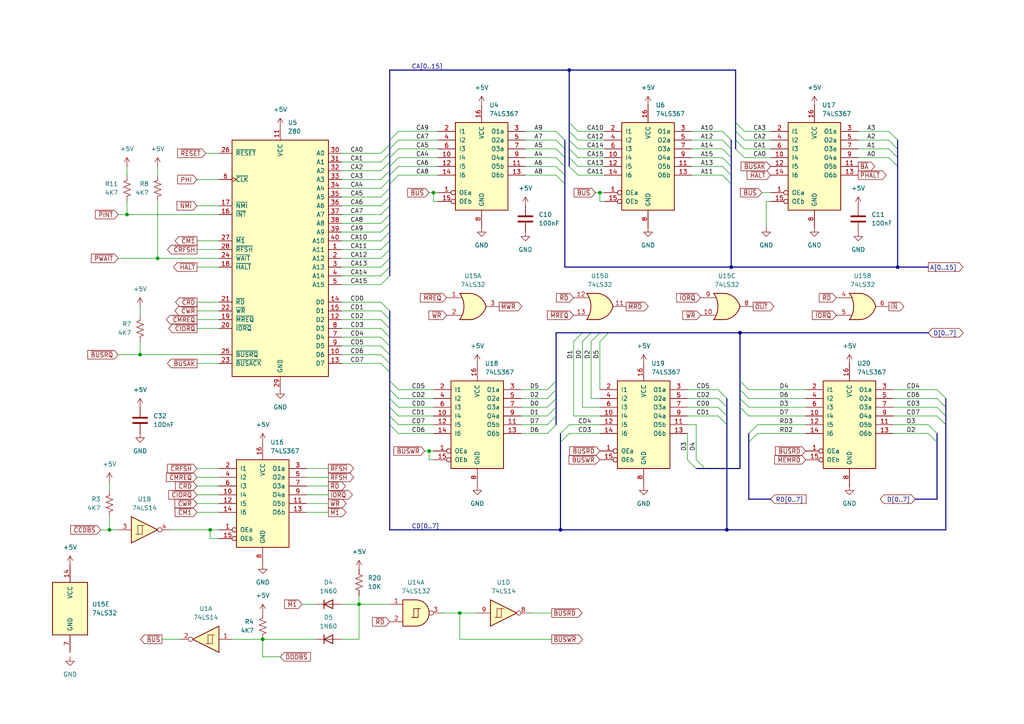
<source format=kicad_sch>
(kicad_sch (version 20231120) (generator "eeschema") (generator_version "8.0")
  (paper "A4")
  (title_block (title "Dick Smith System 80 Main Board") (date "1980"))
  (junction (at 36.83 62.23))
  (junction (at 212.09 77.47))
  (junction (at 133.35 177.8))
  (junction (at 104.14 175.26))
  (junction (at 76.2 185.42))
  (junction (at 173.99 55.88))
  (junction (at 162.56 153.67))
  (junction (at 40.64 102.87))
  (junction (at 60.96 153.67))
  (junction (at 45.72 74.93))
  (junction (at 260.35 77.47))
  (junction (at 210.82 153.67))
  (junction (at 165.1 20.32))
  (junction (at 214.63 96.52))
  (junction (at 125.73 55.88))
  (junction (at 124.46 130.81))
  (junction (at 31.75 153.67))
  (bus_entry (at 158.75 113.03) (size 2.54 -2.54))
  (bus_entry (at 214.63 113.03) (size 2.54 2.54))
  (bus_entry (at 110.49 62.23) (size 2.54 -2.54))
  (bus_entry (at 113.03 113.03) (size 2.54 2.54))
  (bus_entry (at 110.49 44.45) (size 2.54 -2.54))
  (bus_entry (at 161.29 43.18) (size 2.54 2.54))
  (bus_entry (at 213.36 40.64) (size 2.54 2.54))
  (bus_entry (at 209.55 43.18) (size 2.54 2.54))
  (bus_entry (at 165.1 40.64) (size 2.54 2.54))
  (bus_entry (at 209.55 45.72) (size 2.54 2.54))
  (bus_entry (at 214.63 110.49) (size 2.54 2.54))
  (bus_entry (at 113.03 123.19) (size 2.54 2.54))
  (bus_entry (at 208.28 118.11) (size 2.54 2.54))
  (bus_entry (at 165.1 45.72) (size 2.54 2.54))
  (bus_entry (at 110.49 52.07) (size 2.54 -2.54))
  (bus_entry (at 113.03 45.72) (size 2.54 -2.54))
  (bus_entry (at 158.75 125.73) (size 2.54 -2.54))
  (bus_entry (at 271.78 113.03) (size 2.54 2.54))
  (bus_entry (at 165.1 43.18) (size 2.54 2.54))
  (bus_entry (at 173.99 99.06) (size 2.54 -2.54))
  (bus_entry (at 171.45 99.06) (size 2.54 -2.54))
  (bus_entry (at 257.81 38.1) (size 2.54 2.54))
  (bus_entry (at 209.55 48.26) (size 2.54 2.54))
  (bus_entry (at 168.91 99.06) (size 2.54 -2.54))
  (bus_entry (at 110.49 64.77) (size 2.54 -2.54))
  (bus_entry (at 271.78 115.57) (size 2.54 2.54))
  (bus_entry (at 217.17 128.27) (size 2.54 -2.54))
  (bus_entry (at 257.81 40.64) (size 2.54 2.54))
  (bus_entry (at 110.49 46.99) (size 2.54 -2.54))
  (bus_entry (at 110.49 72.39) (size 2.54 -2.54))
  (bus_entry (at 110.49 67.31) (size 2.54 -2.54))
  (bus_entry (at 113.03 53.34) (size 2.54 -2.54))
  (bus_entry (at 110.49 87.63) (size 2.54 2.54))
  (bus_entry (at 110.49 74.93) (size 2.54 -2.54))
  (bus_entry (at 113.03 120.65) (size 2.54 2.54))
  (bus_entry (at 161.29 38.1) (size 2.54 2.54))
  (bus_entry (at 110.49 59.69) (size 2.54 -2.54))
  (bus_entry (at 161.29 45.72) (size 2.54 2.54))
  (bus_entry (at 213.36 35.56) (size 2.54 2.54))
  (bus_entry (at 162.56 125.73) (size 2.54 -2.54))
  (bus_entry (at 208.28 115.57) (size 2.54 2.54))
  (bus_entry (at 213.36 43.18) (size 2.54 2.54))
  (bus_entry (at 110.49 97.79) (size 2.54 2.54))
  (bus_entry (at 113.03 43.18) (size 2.54 -2.54))
  (bus_entry (at 110.49 92.71) (size 2.54 2.54))
  (bus_entry (at 110.49 69.85) (size 2.54 -2.54))
  (bus_entry (at 110.49 102.87) (size 2.54 2.54))
  (bus_entry (at 162.56 128.27) (size 2.54 -2.54))
  (bus_entry (at 110.49 57.15) (size 2.54 -2.54))
  (bus_entry (at 217.17 125.73) (size 2.54 -2.54))
  (bus_entry (at 269.24 123.19) (size 2.54 2.54))
  (bus_entry (at 113.03 48.26) (size 2.54 -2.54))
  (bus_entry (at 110.49 100.33) (size 2.54 2.54))
  (bus_entry (at 209.55 40.64) (size 2.54 2.54))
  (bus_entry (at 165.1 38.1) (size 2.54 2.54))
  (bus_entry (at 165.1 35.56) (size 2.54 2.54))
  (bus_entry (at 209.55 50.8) (size 2.54 2.54))
  (bus_entry (at 113.03 115.57) (size 2.54 2.54))
  (bus_entry (at 201.93 133.35) (size 2.54 2.54))
  (bus_entry (at 213.36 38.1) (size 2.54 2.54))
  (bus_entry (at 161.29 50.8) (size 2.54 2.54))
  (bus_entry (at 257.81 45.72) (size 2.54 2.54))
  (bus_entry (at 214.63 115.57) (size 2.54 2.54))
  (bus_entry (at 208.28 113.03) (size 2.54 2.54))
  (bus_entry (at 110.49 82.55) (size 2.54 -2.54))
  (bus_entry (at 208.28 120.65) (size 2.54 2.54))
  (bus_entry (at 161.29 40.64) (size 2.54 2.54))
  (bus_entry (at 158.75 123.19) (size 2.54 -2.54))
  (bus_entry (at 158.75 115.57) (size 2.54 -2.54))
  (bus_entry (at 269.24 125.73) (size 2.54 2.54))
  (bus_entry (at 166.37 99.06) (size 2.54 -2.54))
  (bus_entry (at 165.1 48.26) (size 2.54 2.54))
  (bus_entry (at 110.49 95.25) (size 2.54 2.54))
  (bus_entry (at 161.29 48.26) (size 2.54 2.54))
  (bus_entry (at 113.03 50.8) (size 2.54 -2.54))
  (bus_entry (at 110.49 90.17) (size 2.54 2.54))
  (bus_entry (at 257.81 43.18) (size 2.54 2.54))
  (bus_entry (at 209.55 38.1) (size 2.54 2.54))
  (bus_entry (at 214.63 118.11) (size 2.54 2.54))
  (bus_entry (at 110.49 77.47) (size 2.54 -2.54))
  (bus_entry (at 113.03 110.49) (size 2.54 2.54))
  (bus_entry (at 113.03 40.64) (size 2.54 -2.54))
  (bus_entry (at 110.49 105.41) (size 2.54 2.54))
  (bus_entry (at 199.39 133.35) (size 2.54 2.54))
  (bus_entry (at 113.03 118.11) (size 2.54 2.54))
  (bus_entry (at 271.78 120.65) (size 2.54 2.54))
  (bus_entry (at 271.78 118.11) (size 2.54 2.54))
  (bus_entry (at 158.75 118.11) (size 2.54 -2.54))
  (bus_entry (at 110.49 80.01) (size 2.54 -2.54))
  (bus_entry (at 158.75 120.65) (size 2.54 -2.54))
  (bus_entry (at 110.49 49.53) (size 2.54 -2.54))
  (bus_entry (at 110.49 54.61) (size 2.54 -2.54))
  (wire (pts (xy 259.08 115.57) (xy 271.78 115.57)))
  (bus (pts (xy 113.03 45.72) (xy 113.03 44.45)))
  (wire (pts (xy 167.64 40.64) (xy 175.26 40.64)))
  (wire (pts (xy 34.29 74.93) (xy 45.72 74.93)))
  (wire (pts (xy 57.15 77.47) (xy 63.5 77.47)))
  (bus (pts (xy 113.03 53.34) (xy 113.03 52.07)))
  (wire (pts (xy 99.06 90.17) (xy 110.49 90.17)))
  (bus (pts (xy 163.83 77.47) (xy 212.09 77.47)))
  (wire (pts (xy 40.64 99.06) (xy 40.64 102.87)))
  (wire (pts (xy 99.06 102.87) (xy 110.49 102.87)))
  (wire (pts (xy 99.06 57.15) (xy 110.49 57.15)))
  (bus (pts (xy 113.03 90.17) (xy 113.03 92.71)))
  (wire (pts (xy 29.21 153.67) (xy 31.75 153.67)))
  (bus (pts (xy 113.03 57.15) (xy 113.03 54.61)))
  (wire (pts (xy 259.08 113.03) (xy 271.78 113.03)))
  (wire (pts (xy 217.17 118.11) (xy 233.68 118.11)))
  (wire (pts (xy 220.98 55.88) (xy 223.52 55.88)))
  (wire (pts (xy 45.72 74.93) (xy 63.5 74.93)))
  (wire (pts (xy 87.63 175.26) (xy 91.44 175.26)))
  (wire (pts (xy 259.08 120.65) (xy 271.78 120.65)))
  (wire (pts (xy 133.35 177.8) (xy 138.43 177.8)))
  (wire (pts (xy 133.35 185.42) (xy 160.02 185.42)))
  (wire (pts (xy 45.72 58.42) (xy 45.72 74.93)))
  (bus (pts (xy 213.36 38.1) (xy 213.36 40.64)))
  (wire (pts (xy 219.71 123.19) (xy 233.68 123.19)))
  (wire (pts (xy 259.08 123.19) (xy 269.24 123.19)))
  (bus (pts (xy 214.63 113.03) (xy 214.63 115.57)))
  (bus (pts (xy 212.09 45.72) (xy 212.09 48.26)))
  (wire (pts (xy 173.99 118.11) (xy 168.91 118.11)))
  (bus (pts (xy 173.99 96.52) (xy 176.53 96.52)))
  (wire (pts (xy 248.92 40.64) (xy 257.81 40.64)))
  (bus (pts (xy 260.35 77.47) (xy 269.24 77.47)))
  (bus (pts (xy 165.1 45.72) (xy 165.1 48.26)))
  (wire (pts (xy 95.25 140.97) (xy 88.9 140.97)))
  (bus (pts (xy 113.03 69.85) (xy 113.03 67.31)))
  (bus (pts (xy 210.82 120.65) (xy 210.82 123.19)))
  (wire (pts (xy 99.06 44.45) (xy 110.49 44.45)))
  (wire (pts (xy 95.25 138.43) (xy 88.9 138.43)))
  (bus (pts (xy 113.03 92.71) (xy 113.03 95.25)))
  (wire (pts (xy 49.53 153.67) (xy 60.96 153.67)))
  (bus (pts (xy 274.32 123.19) (xy 274.32 153.67)))
  (bus (pts (xy 113.03 48.26) (xy 113.03 46.99)))
  (wire (pts (xy 167.64 38.1) (xy 175.26 38.1)))
  (bus (pts (xy 113.03 52.07) (xy 113.03 50.8)))
  (bus (pts (xy 113.03 100.33) (xy 113.03 102.87)))
  (bus (pts (xy 113.03 59.69) (xy 113.03 57.15)))
  (wire (pts (xy 99.06 49.53) (xy 110.49 49.53)))
  (bus (pts (xy 113.03 97.79) (xy 113.03 100.33)))
  (wire (pts (xy 99.06 87.63) (xy 110.49 87.63)))
  (wire (pts (xy 133.35 185.42) (xy 133.35 177.8)))
  (wire (pts (xy 199.39 118.11) (xy 208.28 118.11)))
  (wire (pts (xy 173.99 99.06) (xy 173.99 113.03)))
  (wire (pts (xy 124.46 133.35) (xy 124.46 130.81)))
  (wire (pts (xy 248.92 45.72) (xy 257.81 45.72)))
  (wire (pts (xy 67.31 185.42) (xy 76.2 185.42)))
  (bus (pts (xy 113.03 41.91) (xy 113.03 40.64)))
  (wire (pts (xy 199.39 115.57) (xy 208.28 115.57)))
  (wire (pts (xy 115.57 43.18) (xy 127 43.18)))
  (wire (pts (xy 215.9 45.72) (xy 223.52 45.72)))
  (wire (pts (xy 40.64 88.9) (xy 40.64 91.44)))
  (bus (pts (xy 260.35 43.18) (xy 260.35 45.72)))
  (wire (pts (xy 215.9 43.18) (xy 223.52 43.18)))
  (bus (pts (xy 260.35 45.72) (xy 260.35 48.26)))
  (wire (pts (xy 200.66 48.26) (xy 209.55 48.26)))
  (bus (pts (xy 162.56 153.67) (xy 210.82 153.67)))
  (bus (pts (xy 210.82 153.67) (xy 274.32 153.67)))
  (wire (pts (xy 248.92 43.18) (xy 257.81 43.18)))
  (wire (pts (xy 99.06 62.23) (xy 110.49 62.23)))
  (wire (pts (xy 115.57 45.72) (xy 127 45.72)))
  (wire (pts (xy 99.06 74.93) (xy 110.49 74.93)))
  (bus (pts (xy 113.03 118.11) (xy 113.03 120.65)))
  (wire (pts (xy 34.29 102.87) (xy 40.64 102.87)))
  (bus (pts (xy 212.09 48.26) (xy 212.09 50.8)))
  (wire (pts (xy 199.39 125.73) (xy 199.39 133.35)))
  (wire (pts (xy 165.1 125.73) (xy 173.99 125.73)))
  (wire (pts (xy 152.4 50.8) (xy 161.29 50.8)))
  (bus (pts (xy 161.29 115.57) (xy 161.29 113.03)))
  (wire (pts (xy 36.83 48.26) (xy 36.83 50.8)))
  (bus (pts (xy 274.32 118.11) (xy 274.32 120.65)))
  (wire (pts (xy 104.14 185.42) (xy 104.14 175.26)))
  (bus (pts (xy 161.29 123.19) (xy 161.29 120.65)))
  (wire (pts (xy 99.06 64.77) (xy 110.49 64.77)))
  (wire (pts (xy 128.27 177.8) (xy 133.35 177.8)))
  (wire (pts (xy 57.15 135.89) (xy 63.5 135.89)))
  (wire (pts (xy 36.83 58.42) (xy 36.83 62.23)))
  (bus (pts (xy 204.47 135.89) (xy 214.63 135.89)))
  (wire (pts (xy 124.46 130.81) (xy 125.73 130.81)))
  (wire (pts (xy 57.15 69.85) (xy 63.5 69.85)))
  (wire (pts (xy 95.25 148.59) (xy 88.9 148.59)))
  (bus (pts (xy 274.32 120.65) (xy 274.32 123.19)))
  (wire (pts (xy 151.13 118.11) (xy 158.75 118.11)))
  (wire (pts (xy 115.57 40.64) (xy 127 40.64)))
  (bus (pts (xy 260.35 40.64) (xy 260.35 43.18)))
  (wire (pts (xy 259.08 125.73) (xy 269.24 125.73)))
  (bus (pts (xy 212.09 53.34) (xy 212.09 77.47)))
  (bus (pts (xy 163.83 43.18) (xy 163.83 45.72)))
  (bus (pts (xy 113.03 120.65) (xy 113.03 123.19)))
  (wire (pts (xy 36.83 62.23) (xy 63.5 62.23)))
  (wire (pts (xy 57.15 72.39) (xy 63.5 72.39)))
  (wire (pts (xy 167.64 45.72) (xy 175.26 45.72)))
  (bus (pts (xy 161.29 110.49) (xy 161.29 96.52)))
  (wire (pts (xy 200.66 50.8) (xy 209.55 50.8)))
  (bus (pts (xy 113.03 62.23) (xy 113.03 59.69)))
  (wire (pts (xy 173.99 55.88) (xy 175.26 55.88)))
  (wire (pts (xy 115.57 48.26) (xy 127 48.26)))
  (wire (pts (xy 200.66 40.64) (xy 209.55 40.64)))
  (bus (pts (xy 113.03 49.53) (xy 113.03 48.26)))
  (bus (pts (xy 162.56 125.73) (xy 162.56 128.27)))
  (bus (pts (xy 212.09 43.18) (xy 212.09 45.72)))
  (bus (pts (xy 201.93 135.89) (xy 204.47 135.89)))
  (wire (pts (xy 46.99 185.42) (xy 52.07 185.42)))
  (bus (pts (xy 113.03 74.93) (xy 113.03 72.39)))
  (wire (pts (xy 167.64 50.8) (xy 175.26 50.8)))
  (wire (pts (xy 115.57 50.8) (xy 127 50.8)))
  (bus (pts (xy 113.03 123.19) (xy 113.03 153.67)))
  (bus (pts (xy 163.83 40.64) (xy 163.83 43.18)))
  (wire (pts (xy 104.14 172.72) (xy 104.14 175.26)))
  (wire (pts (xy 115.57 118.11) (xy 125.73 118.11)))
  (wire (pts (xy 59.69 44.45) (xy 63.5 44.45)))
  (wire (pts (xy 125.73 133.35) (xy 124.46 133.35)))
  (wire (pts (xy 31.75 153.67) (xy 34.29 153.67)))
  (bus (pts (xy 163.83 45.72) (xy 163.83 48.26)))
  (bus (pts (xy 271.78 128.27) (xy 271.78 144.78)))
  (bus (pts (xy 165.1 38.1) (xy 165.1 40.64)))
  (wire (pts (xy 166.37 120.65) (xy 166.37 99.06)))
  (wire (pts (xy 99.06 46.99) (xy 110.49 46.99)))
  (wire (pts (xy 57.15 105.41) (xy 63.5 105.41)))
  (bus (pts (xy 210.82 123.19) (xy 210.82 153.67)))
  (bus (pts (xy 217.17 144.78) (xy 223.52 144.78)))
  (wire (pts (xy 123.19 130.81) (xy 124.46 130.81)))
  (bus (pts (xy 113.03 77.47) (xy 113.03 74.93)))
  (bus (pts (xy 213.36 35.56) (xy 213.36 38.1)))
  (wire (pts (xy 57.15 143.51) (xy 63.5 143.51)))
  (bus (pts (xy 113.03 40.64) (xy 113.03 20.32)))
  (bus (pts (xy 214.63 118.11) (xy 214.63 135.89)))
  (bus (pts (xy 165.1 43.18) (xy 165.1 45.72)))
  (wire (pts (xy 104.14 175.26) (xy 113.03 175.26)))
  (wire (pts (xy 99.06 59.69) (xy 110.49 59.69)))
  (bus (pts (xy 163.83 48.26) (xy 163.83 50.8)))
  (wire (pts (xy 115.57 123.19) (xy 125.73 123.19)))
  (bus (pts (xy 212.09 40.64) (xy 212.09 43.18)))
  (bus (pts (xy 113.03 50.8) (xy 113.03 49.53)))
  (wire (pts (xy 222.25 58.42) (xy 223.52 58.42)))
  (wire (pts (xy 40.64 102.87) (xy 63.5 102.87)))
  (bus (pts (xy 113.03 110.49) (xy 113.03 113.03)))
  (wire (pts (xy 115.57 120.65) (xy 125.73 120.65)))
  (wire (pts (xy 199.39 120.65) (xy 208.28 120.65)))
  (wire (pts (xy 217.17 120.65) (xy 233.68 120.65)))
  (wire (pts (xy 99.06 67.31) (xy 110.49 67.31)))
  (wire (pts (xy 99.06 92.71) (xy 110.49 92.71)))
  (wire (pts (xy 95.25 135.89) (xy 88.9 135.89)))
  (wire (pts (xy 173.99 120.65) (xy 166.37 120.65)))
  (bus (pts (xy 161.29 120.65) (xy 161.29 118.11)))
  (bus (pts (xy 217.17 128.27) (xy 217.17 144.78)))
  (bus (pts (xy 165.1 35.56) (xy 165.1 38.1)))
  (bus (pts (xy 265.43 144.78) (xy 271.78 144.78)))
  (wire (pts (xy 34.29 62.23) (xy 36.83 62.23)))
  (bus (pts (xy 162.56 128.27) (xy 162.56 153.67)))
  (wire (pts (xy 57.15 52.07) (xy 63.5 52.07)))
  (bus (pts (xy 274.32 115.57) (xy 274.32 118.11)))
  (wire (pts (xy 153.67 177.8) (xy 160.02 177.8)))
  (wire (pts (xy 57.15 140.97) (xy 63.5 140.97)))
  (bus (pts (xy 165.1 40.64) (xy 165.1 43.18)))
  (wire (pts (xy 173.99 115.57) (xy 171.45 115.57)))
  (wire (pts (xy 248.92 38.1) (xy 257.81 38.1)))
  (bus (pts (xy 168.91 96.52) (xy 171.45 96.52)))
  (wire (pts (xy 57.15 59.69) (xy 63.5 59.69)))
  (wire (pts (xy 57.15 138.43) (xy 63.5 138.43)))
  (wire (pts (xy 99.06 100.33) (xy 110.49 100.33)))
  (bus (pts (xy 161.29 96.52) (xy 168.91 96.52)))
  (wire (pts (xy 99.06 54.61) (xy 110.49 54.61)))
  (wire (pts (xy 152.4 43.18) (xy 161.29 43.18)))
  (wire (pts (xy 99.06 175.26) (xy 104.14 175.26)))
  (bus (pts (xy 213.36 40.64) (xy 213.36 43.18)))
  (wire (pts (xy 217.17 113.03) (xy 233.68 113.03)))
  (bus (pts (xy 113.03 46.99) (xy 113.03 45.72)))
  (wire (pts (xy 151.13 113.03) (xy 158.75 113.03)))
  (wire (pts (xy 57.15 148.59) (xy 63.5 148.59)))
  (bus (pts (xy 214.63 96.52) (xy 214.63 110.49)))
  (wire (pts (xy 172.72 55.88) (xy 173.99 55.88)))
  (wire (pts (xy 63.5 156.21) (xy 60.96 156.21)))
  (wire (pts (xy 151.13 115.57) (xy 158.75 115.57)))
  (wire (pts (xy 199.39 113.03) (xy 208.28 113.03)))
  (wire (pts (xy 57.15 87.63) (xy 63.5 87.63)))
  (bus (pts (xy 176.53 96.52) (xy 214.63 96.52)))
  (wire (pts (xy 31.75 149.86) (xy 31.75 153.67)))
  (wire (pts (xy 151.13 123.19) (xy 158.75 123.19)))
  (wire (pts (xy 175.26 58.42) (xy 173.99 58.42)))
  (wire (pts (xy 151.13 120.65) (xy 158.75 120.65)))
  (wire (pts (xy 127 58.42) (xy 125.73 58.42)))
  (wire (pts (xy 81.28 190.5) (xy 76.2 190.5)))
  (wire (pts (xy 99.06 97.79) (xy 110.49 97.79)))
  (wire (pts (xy 57.15 146.05) (xy 63.5 146.05)))
  (wire (pts (xy 199.39 123.19) (xy 201.93 123.19)))
  (bus (pts (xy 213.36 20.32) (xy 213.36 35.56)))
  (bus (pts (xy 113.03 44.45) (xy 113.03 43.18)))
  (bus (pts (xy 271.78 125.73) (xy 271.78 128.27)))
  (wire (pts (xy 99.06 77.47) (xy 110.49 77.47)))
  (wire (pts (xy 99.06 185.42) (xy 104.14 185.42)))
  (bus (pts (xy 210.82 115.57) (xy 210.82 118.11)))
  (bus (pts (xy 113.03 95.25) (xy 113.03 97.79)))
  (wire (pts (xy 99.06 69.85) (xy 110.49 69.85)))
  (wire (pts (xy 95.25 143.51) (xy 88.9 143.51)))
  (wire (pts (xy 99.06 105.41) (xy 110.49 105.41)))
  (wire (pts (xy 200.66 38.1) (xy 209.55 38.1)))
  (wire (pts (xy 57.15 95.25) (xy 63.5 95.25)))
  (wire (pts (xy 152.4 48.26) (xy 161.29 48.26)))
  (wire (pts (xy 200.66 43.18) (xy 209.55 43.18)))
  (wire (pts (xy 99.06 80.01) (xy 110.49 80.01)))
  (bus (pts (xy 212.09 77.47) (xy 260.35 77.47)))
  (wire (pts (xy 168.91 118.11) (xy 168.91 99.06)))
  (bus (pts (xy 113.03 113.03) (xy 113.03 115.57)))
  (wire (pts (xy 76.2 190.5) (xy 76.2 185.42)))
  (bus (pts (xy 113.03 72.39) (xy 113.03 69.85)))
  (wire (pts (xy 57.15 92.71) (xy 63.5 92.71)))
  (bus (pts (xy 113.03 105.41) (xy 113.03 107.95)))
  (wire (pts (xy 99.06 82.55) (xy 110.49 82.55)))
  (bus (pts (xy 113.03 102.87) (xy 113.03 105.41)))
  (wire (pts (xy 45.72 48.26) (xy 45.72 50.8)))
  (wire (pts (xy 60.96 153.67) (xy 63.5 153.67)))
  (wire (pts (xy 173.99 58.42) (xy 173.99 55.88)))
  (wire (pts (xy 215.9 38.1) (xy 223.52 38.1)))
  (wire (pts (xy 222.25 66.04) (xy 222.25 58.42)))
  (wire (pts (xy 201.93 123.19) (xy 201.93 133.35)))
  (bus (pts (xy 161.29 113.03) (xy 161.29 110.49)))
  (wire (pts (xy 31.75 139.7) (xy 31.75 142.24)))
  (wire (pts (xy 99.06 52.07) (xy 110.49 52.07)))
  (wire (pts (xy 125.73 55.88) (xy 127 55.88)))
  (bus (pts (xy 214.63 110.49) (xy 214.63 113.03)))
  (bus (pts (xy 113.03 67.31) (xy 113.03 64.77)))
  (bus (pts (xy 217.17 125.73) (xy 217.17 128.27)))
  (wire (pts (xy 99.06 72.39) (xy 110.49 72.39)))
  (wire (pts (xy 215.9 40.64) (xy 223.52 40.64)))
  (wire (pts (xy 115.57 38.1) (xy 127 38.1)))
  (wire (pts (xy 167.64 48.26) (xy 175.26 48.26)))
  (bus (pts (xy 161.29 118.11) (xy 161.29 115.57)))
  (bus (pts (xy 113.03 20.32) (xy 165.1 20.32)))
  (bus (pts (xy 113.03 107.95) (xy 113.03 110.49)))
  (bus (pts (xy 165.1 20.32) (xy 213.36 20.32)))
  (wire (pts (xy 171.45 115.57) (xy 171.45 99.06)))
  (wire (pts (xy 152.4 38.1) (xy 161.29 38.1)))
  (bus (pts (xy 212.09 50.8) (xy 212.09 53.34)))
  (bus (pts (xy 214.63 115.57) (xy 214.63 118.11)))
  (wire (pts (xy 217.17 115.57) (xy 233.68 115.57)))
  (bus (pts (xy 165.1 20.32) (xy 165.1 35.56)))
  (wire (pts (xy 95.25 146.05) (xy 88.9 146.05)))
  (wire (pts (xy 115.57 115.57) (xy 125.73 115.57)))
  (wire (pts (xy 165.1 123.19) (xy 173.99 123.19)))
  (bus (pts (xy 113.03 64.77) (xy 113.03 62.23)))
  (wire (pts (xy 152.4 40.64) (xy 161.29 40.64)))
  (wire (pts (xy 167.64 43.18) (xy 175.26 43.18)))
  (wire (pts (xy 115.57 125.73) (xy 125.73 125.73)))
  (wire (pts (xy 259.08 118.11) (xy 271.78 118.11)))
  (bus (pts (xy 214.63 96.52) (xy 269.24 96.52)))
  (bus (pts (xy 113.03 43.18) (xy 113.03 41.91)))
  (bus (pts (xy 210.82 118.11) (xy 210.82 120.65)))
  (wire (pts (xy 219.71 125.73) (xy 233.68 125.73)))
  (wire (pts (xy 125.73 58.42) (xy 125.73 55.88)))
  (bus (pts (xy 260.35 48.26) (xy 260.35 77.47)))
  (bus (pts (xy 113.03 153.67) (xy 162.56 153.67)))
  (wire (pts (xy 60.96 156.21) (xy 60.96 153.67)))
  (bus (pts (xy 171.45 96.52) (xy 173.99 96.52)))
  (bus (pts (xy 163.83 50.8) (xy 163.83 53.34)))
  (wire (pts (xy 151.13 125.73) (xy 158.75 125.73)))
  (bus (pts (xy 163.83 53.34) (xy 163.83 77.47)))
  (wire (pts (xy 76.2 185.42) (xy 91.44 185.42)))
  (wire (pts (xy 115.57 113.03) (xy 125.73 113.03)))
  (bus (pts (xy 113.03 54.61) (xy 113.03 53.34)))
  (wire (pts (xy 57.15 90.17) (xy 63.5 90.17)))
  (wire (pts (xy 124.46 55.88) (xy 125.73 55.88)))
  (wire (pts (xy 99.06 95.25) (xy 110.49 95.25)))
  (wire (pts (xy 200.66 45.72) (xy 209.55 45.72)))
  (wire (pts (xy 152.4 45.72) (xy 161.29 45.72)))
  (bus (pts (xy 113.03 80.01) (xy 113.03 77.47)))
  (bus (pts (xy 113.03 115.57) (xy 113.03 118.11)))
  (label "CA7" (at 120.65 40.64 0))
  (label "CD0" (at 119.38 118.11 0))
  (label "CD4" (at 101.6 97.79 0))
  (label "D3" (at 199.39 130.81 90))
  (label "D7" (at 226.06 120.65 0))
  (label "CA15" (at 170.18 45.72 0))
  (label "A13" (at 203.2 48.26 0))
  (label "D2" (at 171.45 104.14 90))
  (label "RD3" (at 226.06 123.19 0))
  (label "CA15" (at 101.6 82.55 0))
  (label "CA0" (at 101.6 44.45 0))
  (label "D5" (at 173.99 104.14 90))
  (label "A14" (at 203.2 43.18 0))
  (label "CA13" (at 170.18 48.26 0))
  (label "A3" (at 251.46 38.1 0))
  (label "CD3" (at 101.6 95.25 0))
  (label "CD1" (at 119.38 120.65 0))
  (label "CD7" (at 101.6 105.41 0))
  (label "CA12" (at 101.6 74.93 0))
  (label "CD4" (at 262.89 113.03 0))
  (label "CD1" (at 101.6 90.17 0))
  (label "A11" (at 203.2 50.8 0))
  (label "A1" (at 251.46 43.18 0))
  (label "D7" (at 153.67 123.19 0))
  (label "CD6" (at 119.38 125.73 0))
  (label "CA8" (at 101.6 64.77 0))
  (label "CD2" (at 119.38 115.57 0))
  (label "CD3" (at 167.64 125.73 0))
  (label "A2" (at 251.46 40.64 0))
  (label "CA6" (at 101.6 59.69 0))
  (label "CA2" (at 101.6 49.53 0))
  (label "CA10" (at 101.6 69.85 0))
  (label "CA4" (at 101.6 54.61 0))
  (label "CD6" (at 262.89 115.57 0))
  (label "D3" (at 226.06 118.11 0))
  (label "CD6" (at 101.6 102.87 0))
  (label "CD[0..7]" (at 119.38 153.67 0))
  (label "A6" (at 154.94 48.26 0))
  (label "CA10" (at 170.18 38.1 0))
  (label "CA2" (at 218.44 40.64 0))
  (label "CD0" (at 101.6 87.63 0))
  (label "CA9" (at 120.65 38.1 0))
  (label "CD7" (at 262.89 120.65 0))
  (label "CD5" (at 119.38 113.03 0))
  (label "CD4" (at 167.64 123.19 0))
  (label "CA9" (at 101.6 67.31 0))
  (label "D1" (at 153.67 120.65 0))
  (label "A12" (at 203.2 40.64 0))
  (label "CA[0..15]" (at 119.38 20.32 0))
  (label "CA7" (at 101.6 62.23 0))
  (label "CA4" (at 120.65 45.72 0))
  (label "A4" (at 154.94 45.72 0))
  (label "CD5" (at 101.6 100.33 0))
  (label "A9" (at 154.94 38.1 0))
  (label "CD0" (at 201.93 118.11 0))
  (label "CA8" (at 120.65 50.8 0))
  (label "CA12" (at 170.18 40.64 0))
  (label "CD5" (at 201.93 113.03 0))
  (label "CA3" (at 101.6 52.07 0))
  (label "D5" (at 153.67 113.03 0))
  (label "CA1" (at 218.44 43.18 0))
  (label "RD2" (at 226.06 125.73 0))
  (label "A10" (at 203.2 38.1 0))
  (label "CD1" (at 201.93 120.65 0))
  (label "D4" (at 226.06 113.03 0))
  (label "CD2" (at 101.6 92.71 0))
  (label "CA1" (at 101.6 46.99 0))
  (label "D0" (at 153.67 118.11 0))
  (label "CA11" (at 101.6 72.39 0))
  (label "A0" (at 251.46 45.72 0))
  (label "A7" (at 154.94 40.64 0))
  (label "D1" (at 166.37 104.14 90))
  (label "D6" (at 226.06 115.57 0))
  (label "D2" (at 153.67 115.57 0))
  (label "CA6" (at 120.65 48.26 0))
  (label "CA14" (at 170.18 43.18 0))
  (label "CA13" (at 101.6 77.47 0))
  (label "CA0" (at 218.44 45.72 0))
  (label "A15" (at 203.2 45.72 0))
  (label "CA5" (at 101.6 57.15 0))
  (label "CA3" (at 218.44 38.1 0))
  (label "A8" (at 154.94 50.8 0))
  (label "CA11" (at 170.18 50.8 0))
  (label "D6" (at 153.67 125.73 0))
  (label "D2" (at 262.89 125.73 0))
  (label "CD3" (at 262.89 118.11 0))
  (label "A5" (at 154.94 43.18 0))
  (label "D0" (at 168.91 104.14 90))
  (label "CA5" (at 120.65 43.18 0))
  (label "CA14" (at 101.6 80.01 0))
  (label "D3" (at 262.89 123.19 0))
  (label "D4" (at 201.93 130.81 90))
  (label "CD2" (at 201.93 115.57 0))
  (label "CD7" (at 119.38 123.19 0))
  (global_label "~{IORQ}" (shape output) (at 95.25 143.51 0) (property "Intersheetrefs" "${INTERSHEET_REFS}" (effects (hide yes))))
  (global_label "~{CCDBS}" (shape input) (at 29.21 153.67 180) (property "Intersheetrefs" "${INTERSHEET_REFS}" (effects (hide yes))))
  (global_label "~{CIORQ}" (shape output) (at 57.15 95.25 180) (property "Intersheetrefs" "${INTERSHEET_REFS}" (effects (hide yes))))
  (global_label "~{BUSAK}" (shape input) (at 223.52 48.26 180) (property "Intersheetrefs" "${INTERSHEET_REFS}" (effects (hide yes))))
  (global_label "~{HALT}" (shape input) (at 223.52 50.8 180) (property "Intersheetrefs" "${INTERSHEET_REFS}" (effects (hide yes))))
  (global_label "~{CM1}" (shape output) (at 57.15 69.85 180) (property "Intersheetrefs" "${INTERSHEET_REFS}" (effects (hide yes))))
  (global_label "~{CMREQ}" (shape output) (at 57.15 92.71 180) (property "Intersheetrefs" "${INTERSHEET_REFS}" (effects (hide yes))))
  (global_label "~{RD}" (shape input) (at 242.57 86.36 180) (property "Intersheetrefs" "${INTERSHEET_REFS}" (effects (hide yes))))
  (global_label "~{CWR}" (shape input) (at 57.15 146.05 180) (property "Intersheetrefs" "${INTERSHEET_REFS}" (effects (hide yes))))
  (global_label "PHI" (shape input) (at 57.15 52.07 180) (property "Intersheetrefs" "${INTERSHEET_REFS}" (effects (hide yes))))
  (global_label "~{HALT}" (shape output) (at 57.15 77.47 180) (property "Intersheetrefs" "${INTERSHEET_REFS}" (effects (hide yes))))
  (global_label "~{MEMRD}" (shape input) (at 233.68 133.35 180) (property "Intersheetrefs" "${INTERSHEET_REFS}" (effects (hide yes))))
  (global_label "~{BUSRD}" (shape input) (at 173.99 130.81 180) (property "Intersheetrefs" "${INTERSHEET_REFS}" (effects (hide yes))))
  (global_label "~{RD}" (shape output) (at 95.25 140.97 0) (property "Intersheetrefs" "${INTERSHEET_REFS}" (effects (hide yes))))
  (global_label "~{CRD}" (shape input) (at 57.15 140.97 180) (property "Intersheetrefs" "${INTERSHEET_REFS}" (effects (hide yes))))
  (global_label "~{CM1}" (shape input) (at 57.15 148.59 180) (property "Intersheetrefs" "${INTERSHEET_REFS}" (effects (hide yes))))
  (global_label "~{CRFSH}" (shape input) (at 57.15 135.89 180) (property "Intersheetrefs" "${INTERSHEET_REFS}" (effects (hide yes))))
  (global_label "~{BUSRD}" (shape output) (at 160.02 177.8 0) (property "Intersheetrefs" "${INTERSHEET_REFS}" (effects (hide yes))))
  (global_label "~{M1}" (shape output) (at 95.25 148.59 0) (property "Intersheetrefs" "${INTERSHEET_REFS}" (effects (hide yes))))
  (global_label "~{RD}" (shape input) (at 166.37 86.36 180) (property "Intersheetrefs" "${INTERSHEET_REFS}" (effects (hide yes))))
  (global_label "D[0..7]" (shape bidirectional) (at 265.43 144.78 180) (property "Intersheetrefs" "${INTERSHEET_REFS}" (effects (hide yes))))
  (global_label "~{OUT}" (shape output) (at 218.44 88.9 0) (property "Intersheetrefs" "${INTERSHEET_REFS}" (effects (hide yes))))
  (global_label "~{BUSRD}" (shape input) (at 233.68 130.81 180) (property "Intersheetrefs" "${INTERSHEET_REFS}" (effects (hide yes))))
  (global_label "~{RESET}" (shape input) (at 59.69 44.45 180) (property "Intersheetrefs" "${INTERSHEET_REFS}" (effects (hide yes))))
  (global_label "RD[0..7]" (shape input) (at 223.52 144.78 0) (property "Intersheetrefs" "${INTERSHEET_REFS}" (effects (hide yes))))
  (global_label "~{BUSWR}" (shape output) (at 160.02 185.42 0) (property "Intersheetrefs" "${INTERSHEET_REFS}" (effects (hide yes))))
  (global_label "~{PINT}" (shape input) (at 34.29 62.23 180) (property "Intersheetrefs" "${INTERSHEET_REFS}" (effects (hide yes))))
  (global_label "~{MREQ}" (shape input) (at 166.37 91.44 180) (property "Intersheetrefs" "${INTERSHEET_REFS}" (effects (hide yes))))
  (global_label "~{MWR}" (shape output) (at 144.78 88.9 0) (property "Intersheetrefs" "${INTERSHEET_REFS}" (effects (hide yes))))
  (global_label "A[0..15]" (shape output) (at 269.24 77.47 0) (property "Intersheetrefs" "${INTERSHEET_REFS}" (effects (hide yes))))
  (global_label "~{WR}" (shape input) (at 129.54 91.44 180) (property "Intersheetrefs" "${INTERSHEET_REFS}" (effects (hide yes))))
  (global_label "~{CRD}" (shape output) (at 57.15 87.63 180) (property "Intersheetrefs" "${INTERSHEET_REFS}" (effects (hide yes))))
  (global_label "~{CRFSH}" (shape output) (at 57.15 72.39 180) (property "Intersheetrefs" "${INTERSHEET_REFS}" (effects (hide yes))))
  (global_label "~{BUS}" (shape output) (at 46.99 185.42 180) (property "Intersheetrefs" "${INTERSHEET_REFS}" (effects (hide yes))))
  (global_label "~{PWAIT}" (shape input) (at 34.29 74.93 180) (property "Intersheetrefs" "${INTERSHEET_REFS}" (effects (hide yes))))
  (global_label "~{IN}" (shape output) (at 257.81 88.9 0) (property "Intersheetrefs" "${INTERSHEET_REFS}" (effects (hide yes))))
  (global_label "~{BA}" (shape output) (at 248.92 48.26 0) (property "Intersheetrefs" "${INTERSHEET_REFS}" (effects (hide yes))))
  (global_label "~{BUSRQ}" (shape input) (at 34.29 102.87 180) (property "Intersheetrefs" "${INTERSHEET_REFS}" (effects (hide yes))))
  (global_label "~{WR}" (shape input) (at 203.2 91.44 180) (property "Intersheetrefs" "${INTERSHEET_REFS}" (effects (hide yes))))
  (global_label "~{CWR}" (shape output) (at 57.15 90.17 180) (property "Intersheetrefs" "${INTERSHEET_REFS}" (effects (hide yes))))
  (global_label "~{MRD}" (shape output) (at 181.61 88.9 0) (property "Intersheetrefs" "${INTERSHEET_REFS}" (effects (hide yes))))
  (global_label "~{IORQ}" (shape input) (at 242.57 91.44 180) (property "Intersheetrefs" "${INTERSHEET_REFS}" (effects (hide yes))))
  (global_label "~{BUSAK}" (shape output) (at 57.15 105.41 180) (property "Intersheetrefs" "${INTERSHEET_REFS}" (effects (hide yes))))
  (global_label "~{BUSWR}" (shape input) (at 173.99 133.35 180) (property "Intersheetrefs" "${INTERSHEET_REFS}" (effects (hide yes))))
  (global_label "~{RFSH}" (shape output) (at 95.25 138.43 0) (property "Intersheetrefs" "${INTERSHEET_REFS}" (effects (hide yes))))
  (global_label "~{CMREQ}" (shape input) (at 57.15 138.43 180) (property "Intersheetrefs" "${INTERSHEET_REFS}" (effects (hide yes))))
  (global_label "~{RFSH}" (shape output) (at 95.25 135.89 0) (property "Intersheetrefs" "${INTERSHEET_REFS}" (effects (hide yes))))
  (global_label "~{PHALT}" (shape output) (at 248.92 50.8 0) (property "Intersheetrefs" "${INTERSHEET_REFS}" (effects (hide yes))))
  (global_label "~{M1}" (shape input) (at 87.63 175.26 180) (property "Intersheetrefs" "${INTERSHEET_REFS}" (effects (hide yes))))
  (global_label "~{BUS}" (shape input) (at 124.46 55.88 180) (property "Intersheetrefs" "${INTERSHEET_REFS}" (effects (hide yes))))
  (global_label "~{IORQ}" (shape input) (at 203.2 86.36 180) (property "Intersheetrefs" "${INTERSHEET_REFS}" (effects (hide yes))))
  (global_label "~{CIORQ}" (shape input) (at 57.15 143.51 180) (property "Intersheetrefs" "${INTERSHEET_REFS}" (effects (hide yes))))
  (global_label "~{RD}" (shape input) (at 113.03 180.34 180) (property "Intersheetrefs" "${INTERSHEET_REFS}" (effects (hide yes))))
  (global_label "~{BUS}" (shape input) (at 172.72 55.88 180) (property "Intersheetrefs" "${INTERSHEET_REFS}" (effects (hide yes))))
  (global_label "~{MREQ}" (shape input) (at 129.54 86.36 180) (property "Intersheetrefs" "${INTERSHEET_REFS}" (effects (hide yes))))
  (global_label "D[0..7]" (shape bidirectional) (at 269.24 96.52 0) (property "Intersheetrefs" "${INTERSHEET_REFS}" (effects (hide yes))))
  (global_label "~{DODBS}" (shape input) (at 81.28 190.5 0) (property "Intersheetrefs" "${INTERSHEET_REFS}" (effects (hide yes))))
  (global_label "~{NMI}" (shape input) (at 57.15 59.69 180) (property "Intersheetrefs" "${INTERSHEET_REFS}" (effects (hide yes))))
  (global_label "~{WR}" (shape output) (at 95.25 146.05 0) (property "Intersheetrefs" "${INTERSHEET_REFS}" (effects (hide yes))))
  (global_label "~{BUSWR}" (shape input) (at 123.19 130.81 180) (property "Intersheetrefs" "${INTERSHEET_REFS}" (effects (hide yes))))
  (global_label "~{BUS}" (shape input) (at 220.98 55.88 180) (property "Intersheetrefs" "${INTERSHEET_REFS}" (effects (hide yes))))
  (symbol (lib_id "Device:R_US") (at 104.14 168.91 0) (unit 1)
    (property "Reference" "R20" (at 106.68 167.6399 0) (effects (justify left)))
    (property "Value" "10K" (at 106.68 170.1799 0) (effects (justify left)))
    (property "Footprint" "Resistor_THT:R_Axial_DIN0309_L9.0mm_D3.2mm_P12.70mm_Horizontal" (effects (hide yes)))
    (property "Description" "Resistor, US symbol" (effects (hide yes)))
  )
  (symbol (lib_id "power:GND") (at 138.43 140.97 0) (unit 1)
    (property "Reference" "#PWR03" (effects (hide yes)))
    (property "Value" "GND" (at 138.43 146.05 0))
    (property "Description" "Power symbol creates a global label with name \"GND\" , ground" (effects (hide yes)))
  )
  (symbol (lib_id "power:+5V") (at 81.28 36.83 0) (unit 1)
    (property "Reference" "#PWR02" (effects (hide yes)))
    (property "Value" "+5V" (at 81.28 31.75 0))
    (property "Description" "Power symbol creates a global label with name \"+5V\"" (effects (hide yes)))
  )
  (symbol (lib_id "power:GND") (at 20.32 190.5 0) (unit 1)
    (property "Reference" "#PWR080" (effects (hide yes)))
    (property "Value" "GND" (at 20.32 195.58 0))
    (property "Description" "Power symbol creates a global label with name \"GND\" , ground" (effects (hide yes)))
  )
  (symbol (lib_id "power:+5V") (at 104.14 165.1 0) (unit 1)
    (property "Reference" "#PWR077" (effects (hide yes)))
    (property "Value" "+5V" (at 104.14 160.02 0))
    (property "Description" "Power symbol creates a global label with name \"+5V\"" (effects (hide yes)))
  )
  (symbol (lib_id "74xx:74LS367") (at 187.96 48.26 0) (unit 1)
    (property "Reference" "U6" (at 190.1541 30.48 0) (effects (justify left)))
    (property "Value" "74LS367" (at 190.1541 33.02 0) (effects (justify left)))
    (property "Footprint" "Package_DIP:DIP-16_W7.62mm" (effects (hide yes)))
    (property "Datasheet" "http://www.ti.com/lit/gpn/sn74LS367" (effects (hide yes)))
    (property "Description" "Hex Bus Driver 3-state outputs" (effects (hide yes)))
  )
  (symbol (lib_id "power:GND") (at 152.4 67.31 0) (unit 1)
    (property "Reference" "#PWR0192" (effects (hide yes)))
    (property "Value" "GND" (at 152.4 72.39 0))
    (property "Description" "Power symbol creates a global label with name \"GND\" , ground" (effects (hide yes)))
  )
  (symbol (lib_id "power:GND") (at 236.22 66.04 0) (unit 1)
    (property "Reference" "#PWR014" (effects (hide yes)))
    (property "Value" "GND" (at 236.22 71.12 0))
    (property "Description" "Power symbol creates a global label with name \"GND\" , ground" (effects (hide yes)))
  )
  (symbol (lib_id "74xx:74LS32") (at 20.32 176.53 0) (unit 5)
    (property "Reference" "U15" (at 26.67 175.2599 0) (effects (justify left)))
    (property "Value" "74LS32" (at 26.67 177.7999 0) (effects (justify left)))
    (property "Footprint" "Package_DIP:DIP-14_W7.62mm" (effects (hide yes)))
    (property "Datasheet" "http://www.ti.com/lit/gpn/sn74LS32" (effects (hide yes)))
    (property "Description" "Quad 2-input OR" (effects (hide yes)))
  )
  (symbol (lib_id "74xx:74LS367") (at 139.7 48.26 0) (unit 1)
    (property "Reference" "U4" (at 141.8941 30.48 0) (effects (justify left)))
    (property "Value" "74LS367" (at 141.8941 33.02 0) (effects (justify left)))
    (property "Footprint" "Package_DIP:DIP-16_W7.62mm" (effects (hide yes)))
    (property "Datasheet" "http://www.ti.com/lit/gpn/sn74LS367" (effects (hide yes)))
    (property "Description" "Hex Bus Driver 3-state outputs" (effects (hide yes)))
  )
  (symbol (lib_id "power:+5V") (at 139.7 30.48 0) (unit 1)
    (property "Reference" "#PWR09" (effects (hide yes)))
    (property "Value" "+5V" (at 139.7 25.4 0))
    (property "Description" "Power symbol creates a global label with name \"+5V\"" (effects (hide yes)))
  )
  (symbol (lib_id "74xx:74LS367") (at 76.2 146.05 0) (unit 1)
    (property "Reference" "U16" (at 78.3941 128.27 0) (effects (justify left)))
    (property "Value" "74LS367" (at 78.3941 130.81 0) (effects (justify left)))
    (property "Footprint" "Package_DIP:DIP-16_W7.62mm" (effects (hide yes)))
    (property "Datasheet" "http://www.ti.com/lit/gpn/sn74LS367" (effects (hide yes)))
    (property "Description" "Hex Bus Driver 3-state outputs" (effects (hide yes)))
  )
  (symbol (lib_id "power:GND") (at 40.64 125.73 0) (unit 1)
    (property "Reference" "#PWR0194" (effects (hide yes)))
    (property "Value" "GND" (at 40.64 130.81 0))
    (property "Description" "Power symbol creates a global label with name \"GND\" , ground" (effects (hide yes)))
  )
  (symbol (lib_id "power:GND") (at 76.2 163.83 0) (unit 1)
    (property "Reference" "#PWR072" (effects (hide yes)))
    (property "Value" "GND" (at 76.2 168.91 0))
    (property "Description" "Power symbol creates a global label with name \"GND\" , ground" (effects (hide yes)))
  )
  (symbol (lib_id "Diode:1N4148") (at 95.25 185.42 0) (unit 1)
    (property "Reference" "D5" (at 95.25 179.07 0))
    (property "Value" "1N60" (at 95.25 181.61 0))
    (property "Footprint" "Diode_THT:D_DO-35_SOD27_P7.62mm_Horizontal" (effects (hide yes)))
    (property "Datasheet" "https://assets.nexperia.com/documents/data-sheet/1N4148_1N4448.pdf" (effects (hide yes)))
    (property "Description" "100V 0.15A standard switching diode, DO-35" (effects (hide yes)))
    (property "Sim.Device" "D" (effects (hide yes)))
    (property "Sim.Pins" "1=K 2=A" (effects (hide yes)))
  )
  (symbol (lib_id "power:GND") (at 222.25 66.04 0) (unit 1)
    (property "Reference" "#PWR015" (effects (hide yes)))
    (property "Value" "GND" (at 222.25 71.12 0))
    (property "Description" "Power symbol creates a global label with name \"GND\" , ground" (effects (hide yes)))
  )
  (symbol (lib_id "Device:C") (at 248.92 63.5 0) (unit 1)
    (property "Reference" "C11" (at 252.73 62.2299 0) (effects (justify left)))
    (property "Value" "100nF" (at 252.73 64.7699 0) (effects (justify left)))
    (property "Footprint" "Capacitor_THT:C_Disc_D5.0mm_W2.5mm_P5.00mm" (effects (hide yes)))
    (property "Description" "Unpolarized capacitor" (effects (hide yes)))
  )
  (symbol (lib_id "power:+5V") (at 40.64 88.9 0) (unit 1)
    (property "Reference" "#PWR076" (effects (hide yes)))
    (property "Value" "+5V" (at 40.64 83.82 0))
    (property "Description" "Power symbol creates a global label with name \"+5V\"" (effects (hide yes)))
  )
  (symbol (lib_id "power:+5V") (at 76.2 128.27 0) (unit 1)
    (property "Reference" "#PWR071" (effects (hide yes)))
    (property "Value" "+5V" (at 76.2 123.19 0))
    (property "Description" "Power symbol creates a global label with name \"+5V\"" (effects (hide yes)))
  )
  (symbol (lib_id "power:+5V") (at 248.92 59.69 0) (unit 1)
    (property "Reference" "#PWR0189" (effects (hide yes)))
    (property "Value" "+5V" (at 248.92 54.61 0))
    (property "Description" "Power symbol creates a global label with name \"+5V\"" (effects (hide yes)))
  )
  (symbol (lib_id "power:GND") (at 81.28 113.03 0) (unit 1)
    (property "Reference" "#PWR01" (effects (hide yes)))
    (property "Value" "GND" (at 81.28 118.11 0))
    (property "Description" "Power symbol creates a global label with name \"GND\" , ground" (effects (hide yes)))
  )
  (symbol (lib_id "Device:R_US") (at 36.83 54.61 0) (mirror y) (unit 1)
    (property "Reference" "R11" (at 34.29 53.3399 0) (effects (justify left)))
    (property "Value" "4K7" (at 34.29 55.8799 0) (effects (justify left)))
    (property "Footprint" "Resistor_THT:R_Axial_DIN0309_L9.0mm_D3.2mm_P12.70mm_Horizontal" (effects (hide yes)))
    (property "Description" "Resistor, US symbol" (effects (hide yes)))
  )
  (symbol (lib_id "power:+5V") (at 186.69 105.41 0) (unit 1)
    (property "Reference" "#PWR05" (effects (hide yes)))
    (property "Value" "+5V" (at 186.69 100.33 0))
    (property "Description" "Power symbol creates a global label with name \"+5V\"" (effects (hide yes)))
  )
  (symbol (lib_id "Device:C") (at 152.4 63.5 0) (unit 1)
    (property "Reference" "C10" (at 156.21 62.2299 0) (effects (justify left)))
    (property "Value" "100nF" (at 156.21 64.7699 0) (effects (justify left)))
    (property "Footprint" "Capacitor_THT:C_Disc_D5.0mm_W2.5mm_P5.00mm" (effects (hide yes)))
    (property "Description" "Unpolarized capacitor" (effects (hide yes)))
  )
  (symbol (lib_id "74xx:74LS367") (at 236.22 48.26 0) (unit 1)
    (property "Reference" "U17" (at 238.4141 30.48 0) (effects (justify left)))
    (property "Value" "74LS367" (at 238.4141 33.02 0) (effects (justify left)))
    (property "Footprint" "Package_DIP:DIP-16_W7.62mm" (effects (hide yes)))
    (property "Datasheet" "http://www.ti.com/lit/gpn/sn74LS367" (effects (hide yes)))
    (property "Description" "Hex Bus Driver 3-state outputs" (effects (hide yes)))
  )
  (symbol (lib_id "power:GND") (at 187.96 66.04 0) (unit 1)
    (property "Reference" "#PWR012" (effects (hide yes)))
    (property "Value" "GND" (at 187.96 71.12 0))
    (property "Description" "Power symbol creates a global label with name \"GND\" , ground" (effects (hide yes)))
  )
  (symbol (lib_id "power:+5V") (at 246.38 105.41 0) (unit 1)
    (property "Reference" "#PWR07" (effects (hide yes)))
    (property "Value" "+5V" (at 246.38 100.33 0))
    (property "Description" "Power symbol creates a global label with name \"+5V\"" (effects (hide yes)))
  )
  (symbol (lib_id "74xx:74LS14") (at 41.91 153.67 0) (unit 2)
    (property "Reference" "U1" (at 41.91 144.78 0))
    (property "Value" "74LS14" (at 41.91 147.32 0))
    (property "Footprint" "Package_DIP:DIP-14_W7.62mm" (effects (hide yes)))
    (property "Datasheet" "http://www.ti.com/lit/gpn/sn74LS14" (effects (hide yes)))
    (property "Description" "Hex inverter schmitt trigger" (effects (hide yes)))
  )
  (symbol (lib_id "power:+5V") (at 36.83 48.26 0) (unit 1)
    (property "Reference" "#PWR074" (effects (hide yes)))
    (property "Value" "+5V" (at 36.83 43.18 0))
    (property "Description" "Power symbol creates a global label with name \"+5V\"" (effects (hide yes)))
  )
  (symbol (lib_id "power:+5V") (at 236.22 30.48 0) (unit 1)
    (property "Reference" "#PWR013" (effects (hide yes)))
    (property "Value" "+5V" (at 236.22 25.4 0))
    (property "Description" "Power symbol creates a global label with name \"+5V\"" (effects (hide yes)))
  )
  (symbol (lib_id "power:GND") (at 246.38 140.97 0) (unit 1)
    (property "Reference" "#PWR08" (effects (hide yes)))
    (property "Value" "GND" (at 246.38 146.05 0))
    (property "Description" "Power symbol creates a global label with name \"GND\" , ground" (effects (hide yes)))
  )
  (symbol (lib_id "Device:R_US") (at 40.64 95.25 0) (mirror y) (unit 1)
    (property "Reference" "R7" (at 38.1 93.9799 0) (effects (justify left)))
    (property "Value" "4K7" (at 38.1 96.5199 0) (effects (justify left)))
    (property "Footprint" "Resistor_THT:R_Axial_DIN0309_L9.0mm_D3.2mm_P12.70mm_Horizontal" (effects (hide yes)))
    (property "Description" "Resistor, US symbol" (effects (hide yes)))
  )
  (symbol (lib_id "74xx:74LS367") (at 186.69 123.19 0) (unit 1)
    (property "Reference" "U19" (at 188.8841 105.41 0) (effects (justify left)))
    (property "Value" "74LS367" (at 188.8841 107.95 0) (effects (justify left)))
    (property "Footprint" "Package_DIP:DIP-16_W7.62mm" (effects (hide yes)))
    (property "Datasheet" "http://www.ti.com/lit/gpn/sn74LS367" (effects (hide yes)))
    (property "Description" "Hex Bus Driver 3-state outputs" (effects (hide yes)))
  )
  (symbol (lib_id "74xx:74LS32") (at 250.19 88.9 0) (unit 2)
    (property "Reference" "U15" (at 250.19 80.01 0))
    (property "Value" "74LS32" (at 250.19 82.55 0))
    (property "Footprint" "Package_DIP:DIP-14_W7.62mm" (effects (hide yes)))
    (property "Datasheet" "http://www.ti.com/lit/gpn/sn74LS32" (effects (hide yes)))
    (property "Description" "Quad 2-input OR" (effects (hide yes)))
  )
  (symbol (lib_id "CPU:Z80CPU") (at 81.28 74.93 0) (unit 1)
    (property "Reference" "U5" (at 83.4741 35.56 0) (effects (justify left)))
    (property "Value" "Z80" (at 83.4741 38.1 0) (effects (justify left)))
    (property "Footprint" "Package_DIP:DIP-40_W15.24mm" (effects (hide yes)))
    (property "Datasheet" "www.zilog.com/manage_directlink.php?filepath=docs/z80/um0080" (effects (hide yes)))
    (property "Description" "8-bit General Purpose Microprocessor, DIP-40" (effects (hide yes)))
  )
  (symbol (lib_id "Diode:1N4148") (at 95.25 175.26 0) (unit 1)
    (property "Reference" "D4" (at 95.25 168.91 0))
    (property "Value" "1N60" (at 95.25 171.45 0))
    (property "Footprint" "Diode_THT:D_DO-35_SOD27_P7.62mm_Horizontal" (effects (hide yes)))
    (property "Datasheet" "https://assets.nexperia.com/documents/data-sheet/1N4148_1N4448.pdf" (effects (hide yes)))
    (property "Description" "100V 0.15A standard switching diode, DO-35" (effects (hide yes)))
    (property "Sim.Device" "D" (effects (hide yes)))
    (property "Sim.Pins" "1=K 2=A" (effects (hide yes)))
  )
  (symbol (lib_id "power:+5V") (at 187.96 30.48 0) (unit 1)
    (property "Reference" "#PWR011" (effects (hide yes)))
    (property "Value" "+5V" (at 187.96 25.4 0))
    (property "Description" "Power symbol creates a global label with name \"+5V\"" (effects (hide yes)))
  )
  (symbol (lib_id "power:+5V") (at 45.72 48.26 0) (unit 1)
    (property "Reference" "#PWR075" (effects (hide yes)))
    (property "Value" "+5V" (at 45.72 43.18 0))
    (property "Description" "Power symbol creates a global label with name \"+5V\"" (effects (hide yes)))
  )
  (symbol (lib_id "74xx:74LS14") (at 59.69 185.42 180) (unit 1)
    (property "Reference" "U1" (at 59.69 176.53 0))
    (property "Value" "74LS14" (at 59.69 179.07 0))
    (property "Footprint" "Package_DIP:DIP-14_W7.62mm" (effects (hide yes)))
    (property "Datasheet" "http://www.ti.com/lit/gpn/sn74LS14" (effects (hide yes)))
    (property "Description" "Hex inverter schmitt trigger" (effects (hide yes)))
  )
  (symbol (lib_id "74xx:74LS32") (at 210.82 88.9 0) (unit 3)
    (property "Reference" "U15" (at 210.82 80.01 0))
    (property "Value" "74LS32" (at 210.82 82.55 0))
    (property "Footprint" "Package_DIP:DIP-14_W7.62mm" (effects (hide yes)))
    (property "Datasheet" "http://www.ti.com/lit/gpn/sn74LS32" (effects (hide yes)))
    (property "Description" "Quad 2-input OR" (effects (hide yes)))
  )
  (symbol (lib_id "power:GND") (at 248.92 67.31 0) (unit 1)
    (property "Reference" "#PWR0190" (effects (hide yes)))
    (property "Value" "GND" (at 248.92 72.39 0))
    (property "Description" "Power symbol creates a global label with name \"GND\" , ground" (effects (hide yes)))
  )
  (symbol (lib_id "Device:R_US") (at 45.72 54.61 0) (mirror y) (unit 1)
    (property "Reference" "R8" (at 43.18 53.3399 0) (effects (justify left)))
    (property "Value" "4K7" (at 43.18 55.8799 0) (effects (justify left)))
    (property "Footprint" "Resistor_THT:R_Axial_DIN0309_L9.0mm_D3.2mm_P12.70mm_Horizontal" (effects (hide yes)))
    (property "Description" "Resistor, US symbol" (effects (hide yes)))
  )
  (symbol (lib_id "74xx:74LS367") (at 246.38 123.19 0) (unit 1)
    (property "Reference" "U20" (at 248.5741 105.41 0) (effects (justify left)))
    (property "Value" "74LS367" (at 248.5741 107.95 0) (effects (justify left)))
    (property "Footprint" "Package_DIP:DIP-16_W7.62mm" (effects (hide yes)))
    (property "Datasheet" "http://www.ti.com/lit/gpn/sn74LS367" (effects (hide yes)))
    (property "Description" "Hex Bus Driver 3-state outputs" (effects (hide yes)))
  )
  (symbol (lib_id "power:GND") (at 186.69 140.97 0) (unit 1)
    (property "Reference" "#PWR06" (effects (hide yes)))
    (property "Value" "GND" (at 186.69 146.05 0))
    (property "Description" "Power symbol creates a global label with name \"GND\" , ground" (effects (hide yes)))
  )
  (symbol (lib_id "74xx:74LS32") (at 173.99 88.9 0) (unit 4)
    (property "Reference" "U15" (at 173.99 80.01 0))
    (property "Value" "74LS32" (at 173.99 82.55 0))
    (property "Footprint" "Package_DIP:DIP-14_W7.62mm" (effects (hide yes)))
    (property "Datasheet" "http://www.ti.com/lit/gpn/sn74LS32" (effects (hide yes)))
    (property "Description" "Quad 2-input OR" (effects (hide yes)))
  )
  (symbol (lib_id "Device:R_US") (at 31.75 146.05 0) (mirror y) (unit 1)
    (property "Reference" "R3" (at 29.21 144.7799 0) (effects (justify left)))
    (property "Value" "4K7" (at 29.21 147.3199 0) (effects (justify left)))
    (property "Footprint" "Resistor_THT:R_Axial_DIN0309_L9.0mm_D3.2mm_P12.70mm_Horizontal" (effects (hide yes)))
    (property "Description" "Resistor, US symbol" (effects (hide yes)))
  )
  (symbol (lib_id "74xx:74LS132") (at 120.65 177.8 0) (unit 1)
    (property "Reference" "U14" (at 120.6417 168.91 0))
    (property "Value" "74LS132" (at 120.6417 171.45 0))
    (property "Footprint" "Package_DIP:DIP-14_W7.62mm" (effects (hide yes)))
    (property "Datasheet" "http://www.ti.com/lit/gpn/sn74LS132" (effects (hide yes)))
    (property "Description" "Quad 2-input NAND Schmitt trigger" (effects (hide yes)))
  )
  (symbol (lib_id "74xx:74LS367") (at 138.43 123.19 0) (unit 1)
    (property "Reference" "U18" (at 140.6241 105.41 0) (effects (justify left)))
    (property "Value" "74LS367" (at 140.6241 107.95 0) (effects (justify left)))
    (property "Footprint" "Package_DIP:DIP-16_W7.62mm" (effects (hide yes)))
    (property "Datasheet" "http://www.ti.com/lit/gpn/sn74LS367" (effects (hide yes)))
    (property "Description" "Hex Bus Driver 3-state outputs" (effects (hide yes)))
  )
  (symbol (lib_id "Device:R_US") (at 76.2 181.61 0) (mirror y) (unit 1)
    (property "Reference" "R4" (at 73.66 180.3399 0) (effects (justify left)))
    (property "Value" "4K7" (at 73.66 182.8799 0) (effects (justify left)))
    (property "Footprint" "Resistor_THT:R_Axial_DIN0309_L9.0mm_D3.2mm_P12.70mm_Horizontal" (effects (hide yes)))
    (property "Description" "Resistor, US symbol" (effects (hide yes)))
  )
  (symbol (lib_id "power:+5V") (at 40.64 118.11 0) (unit 1)
    (property "Reference" "#PWR0193" (effects (hide yes)))
    (property "Value" "+5V" (at 40.64 113.03 0))
    (property "Description" "Power symbol creates a global label with name \"+5V\"" (effects (hide yes)))
  )
  (symbol (lib_id "power:GND") (at 139.7 66.04 0) (unit 1)
    (property "Reference" "#PWR010" (effects (hide yes)))
    (property "Value" "GND" (at 139.7 71.12 0))
    (property "Description" "Power symbol creates a global label with name \"GND\" , ground" (effects (hide yes)))
  )
  (symbol (lib_id "74xx:74LS14") (at 146.05 177.8 0) (unit 4)
    (property "Reference" "U1" (at 146.05 168.91 0))
    (property "Value" "74LS14" (at 146.05 171.45 0))
    (property "Footprint" "Package_DIP:DIP-14_W7.62mm" (effects (hide yes)))
    (property "Datasheet" "http://www.ti.com/lit/gpn/sn74LS14" (effects (hide yes)))
    (property "Description" "Hex inverter schmitt trigger" (effects (hide yes)))
  )
  (symbol (lib_id "power:+5V") (at 31.75 139.7 0) (unit 1)
    (property "Reference" "#PWR073" (effects (hide yes)))
    (property "Value" "+5V" (at 31.75 134.62 0))
    (property "Description" "Power symbol creates a global label with name \"+5V\"" (effects (hide yes)))
  )
  (symbol (lib_id "Device:C") (at 40.64 121.92 0) (unit 1)
    (property "Reference" "C32" (at 44.45 120.6499 0) (effects (justify left)))
    (property "Value" "100nF" (at 44.45 123.1899 0) (effects (justify left)))
    (property "Footprint" "Capacitor_THT:C_Disc_D5.0mm_W2.5mm_P5.00mm" (effects (hide yes)))
    (property "Description" "Unpolarized capacitor" (effects (hide yes)))
  )
  (symbol (lib_id "74xx:74LS32") (at 137.16 88.9 0) (unit 1)
    (property "Reference" "U15" (at 137.16 80.01 0))
    (property "Value" "74LS32" (at 137.16 82.55 0))
    (property "Footprint" "Package_DIP:DIP-14_W7.62mm" (effects (hide yes)))
    (property "Datasheet" "http://www.ti.com/lit/gpn/sn74LS32" (effects (hide yes)))
    (property "Description" "Quad 2-input OR" (effects (hide yes)))
  )
  (symbol (lib_id "power:+5V") (at 152.4 59.69 0) (unit 1)
    (property "Reference" "#PWR0191" (effects (hide yes)))
    (property "Value" "+5V" (at 152.4 54.61 0))
    (property "Description" "Power symbol creates a global label with name \"+5V\"" (effects (hide yes)))
  )
  (symbol (lib_id "power:+5V") (at 138.43 105.41 0) (unit 1)
    (property "Reference" "#PWR04" (effects (hide yes)))
    (property "Value" "+5V" (at 138.43 100.33 0))
    (property "Description" "Power symbol creates a global label with name \"+5V\"" (effects (hide yes)))
  )
  (symbol (lib_id "power:+5V") (at 76.2 177.8 0) (unit 1)
    (property "Reference" "#PWR078" (effects (hide yes)))
    (property "Value" "+5V" (at 76.2 172.72 0))
    (property "Description" "Power symbol creates a global label with name \"+5V\"" (effects (hide yes)))
  )
  (symbol (lib_id "power:+5V") (at 20.32 163.83 0) (unit 1)
    (property "Reference" "#PWR079" (effects (hide yes)))
    (property "Value" "+5V" (at 20.32 158.75 0))
    (property "Description" "Power symbol creates a global label with name \"+5V\"" (effects (hide yes)))
  )
)
</source>
